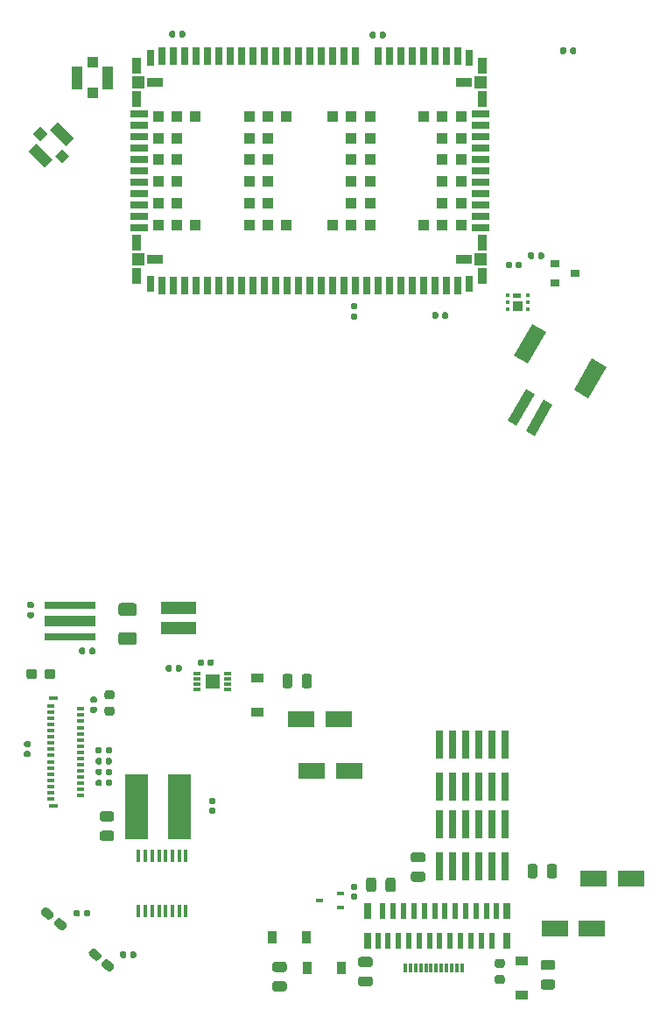
<source format=gbr>
G04 #@! TF.GenerationSoftware,KiCad,Pcbnew,5.1.6+dfsg1-1~bpo10+1*
G04 #@! TF.CreationDate,2021-03-28T20:24:38-04:00*
G04 #@! TF.ProjectId,RUSP_Mainboard,52555350-5f4d-4616-996e-626f6172642e,rev?*
G04 #@! TF.SameCoordinates,Original*
G04 #@! TF.FileFunction,Paste,Top*
G04 #@! TF.FilePolarity,Positive*
%FSLAX46Y46*%
G04 Gerber Fmt 4.6, Leading zero omitted, Abs format (unit mm)*
G04 Created by KiCad (PCBNEW 5.1.6+dfsg1-1~bpo10+1) date 2021-03-28 20:24:38*
%MOMM*%
%LPD*%
G01*
G04 APERTURE LIST*
%ADD10C,0.010000*%
%ADD11R,0.740000X2.790000*%
%ADD12R,2.200000X6.300000*%
%ADD13R,5.000000X0.700000*%
%ADD14R,5.000000X1.000000*%
%ADD15R,0.750000X0.300000*%
%ADD16R,1.360000X1.460000*%
%ADD17R,0.450000X0.300000*%
%ADD18R,3.400000X1.200000*%
%ADD19R,0.800000X1.600000*%
%ADD20R,0.600000X1.600000*%
%ADD21R,0.800000X0.300000*%
%ADD22R,0.650000X0.300000*%
%ADD23R,0.950000X0.400000*%
%ADD24C,0.100000*%
%ADD25R,0.350000X0.890000*%
%ADD26R,0.406400X1.270000*%
%ADD27R,2.600000X1.600000*%
%ADD28R,1.000000X1.000000*%
%ADD29R,1.050000X2.200000*%
%ADD30R,0.850000X1.550000*%
%ADD31R,1.550000X0.850000*%
%ADD32R,1.150000X1.150000*%
%ADD33R,0.800000X1.500000*%
%ADD34R,0.750000X1.750000*%
%ADD35R,1.750000X0.750000*%
%ADD36R,1.050000X1.050000*%
%ADD37R,1.200000X0.900000*%
%ADD38R,0.900000X1.200000*%
%ADD39R,0.700000X0.450000*%
%ADD40R,0.900000X0.800000*%
G04 APERTURE END LIST*
D10*
G36*
X167205000Y-81905000D02*
G01*
X167805000Y-81905000D01*
X167807617Y-81905069D01*
X167810226Y-81905274D01*
X167812822Y-81905616D01*
X167815396Y-81906093D01*
X167817941Y-81906704D01*
X167820451Y-81907447D01*
X167822918Y-81908321D01*
X167825337Y-81909323D01*
X167827700Y-81910450D01*
X167830000Y-81911699D01*
X167832232Y-81913066D01*
X167834389Y-81914549D01*
X167836466Y-81916143D01*
X167838457Y-81917843D01*
X167840355Y-81919645D01*
X167842157Y-81921543D01*
X167843857Y-81923534D01*
X167845451Y-81925611D01*
X167846934Y-81927768D01*
X167848301Y-81930000D01*
X167849550Y-81932300D01*
X167850677Y-81934663D01*
X167851679Y-81937082D01*
X167852553Y-81939549D01*
X167853296Y-81942059D01*
X167853907Y-81944604D01*
X167854384Y-81947178D01*
X167854726Y-81949774D01*
X167854931Y-81952383D01*
X167855000Y-81955000D01*
X167855000Y-82145000D01*
X167854931Y-82147617D01*
X167854726Y-82150226D01*
X167854384Y-82152822D01*
X167853907Y-82155396D01*
X167853296Y-82157941D01*
X167852553Y-82160451D01*
X167851679Y-82162918D01*
X167850677Y-82165337D01*
X167849550Y-82167700D01*
X167848301Y-82170000D01*
X167846934Y-82172232D01*
X167845451Y-82174389D01*
X167843857Y-82176466D01*
X167842157Y-82178457D01*
X167840355Y-82180355D01*
X167838457Y-82182157D01*
X167836466Y-82183857D01*
X167834389Y-82185451D01*
X167832232Y-82186934D01*
X167830000Y-82188301D01*
X167827700Y-82189550D01*
X167825337Y-82190677D01*
X167822918Y-82191679D01*
X167820451Y-82192553D01*
X167817941Y-82193296D01*
X167815396Y-82193907D01*
X167812822Y-82194384D01*
X167810226Y-82194726D01*
X167807617Y-82194931D01*
X167805000Y-82195000D01*
X167205000Y-82195000D01*
X167202383Y-82194931D01*
X167199774Y-82194726D01*
X167197178Y-82194384D01*
X167194604Y-82193907D01*
X167192059Y-82193296D01*
X167189549Y-82192553D01*
X167187082Y-82191679D01*
X167184663Y-82190677D01*
X167182300Y-82189550D01*
X167180000Y-82188301D01*
X167177768Y-82186934D01*
X167175611Y-82185451D01*
X167173534Y-82183857D01*
X167171543Y-82182157D01*
X167169645Y-82180355D01*
X167167843Y-82178457D01*
X167166143Y-82176466D01*
X167164549Y-82174389D01*
X167163066Y-82172232D01*
X167161699Y-82170000D01*
X167160450Y-82167700D01*
X167159323Y-82165337D01*
X167158321Y-82162918D01*
X167157447Y-82160451D01*
X167156704Y-82157941D01*
X167156093Y-82155396D01*
X167155616Y-82152822D01*
X167155274Y-82150226D01*
X167155069Y-82147617D01*
X167155000Y-82145000D01*
X167155000Y-81955000D01*
X167155069Y-81952383D01*
X167155274Y-81949774D01*
X167155616Y-81947178D01*
X167156093Y-81944604D01*
X167156704Y-81942059D01*
X167157447Y-81939549D01*
X167158321Y-81937082D01*
X167159323Y-81934663D01*
X167160450Y-81932300D01*
X167161699Y-81930000D01*
X167163066Y-81927768D01*
X167164549Y-81925611D01*
X167166143Y-81923534D01*
X167167843Y-81921543D01*
X167169645Y-81919645D01*
X167171543Y-81917843D01*
X167173534Y-81916143D01*
X167175611Y-81914549D01*
X167177768Y-81913066D01*
X167180000Y-81911699D01*
X167182300Y-81910450D01*
X167184663Y-81909323D01*
X167187082Y-81908321D01*
X167189549Y-81907447D01*
X167192059Y-81906704D01*
X167194604Y-81906093D01*
X167197178Y-81905616D01*
X167199774Y-81905274D01*
X167202383Y-81905069D01*
X167205000Y-81905000D01*
G37*
X167205000Y-81905000D02*
X167805000Y-81905000D01*
X167807617Y-81905069D01*
X167810226Y-81905274D01*
X167812822Y-81905616D01*
X167815396Y-81906093D01*
X167817941Y-81906704D01*
X167820451Y-81907447D01*
X167822918Y-81908321D01*
X167825337Y-81909323D01*
X167827700Y-81910450D01*
X167830000Y-81911699D01*
X167832232Y-81913066D01*
X167834389Y-81914549D01*
X167836466Y-81916143D01*
X167838457Y-81917843D01*
X167840355Y-81919645D01*
X167842157Y-81921543D01*
X167843857Y-81923534D01*
X167845451Y-81925611D01*
X167846934Y-81927768D01*
X167848301Y-81930000D01*
X167849550Y-81932300D01*
X167850677Y-81934663D01*
X167851679Y-81937082D01*
X167852553Y-81939549D01*
X167853296Y-81942059D01*
X167853907Y-81944604D01*
X167854384Y-81947178D01*
X167854726Y-81949774D01*
X167854931Y-81952383D01*
X167855000Y-81955000D01*
X167855000Y-82145000D01*
X167854931Y-82147617D01*
X167854726Y-82150226D01*
X167854384Y-82152822D01*
X167853907Y-82155396D01*
X167853296Y-82157941D01*
X167852553Y-82160451D01*
X167851679Y-82162918D01*
X167850677Y-82165337D01*
X167849550Y-82167700D01*
X167848301Y-82170000D01*
X167846934Y-82172232D01*
X167845451Y-82174389D01*
X167843857Y-82176466D01*
X167842157Y-82178457D01*
X167840355Y-82180355D01*
X167838457Y-82182157D01*
X167836466Y-82183857D01*
X167834389Y-82185451D01*
X167832232Y-82186934D01*
X167830000Y-82188301D01*
X167827700Y-82189550D01*
X167825337Y-82190677D01*
X167822918Y-82191679D01*
X167820451Y-82192553D01*
X167817941Y-82193296D01*
X167815396Y-82193907D01*
X167812822Y-82194384D01*
X167810226Y-82194726D01*
X167807617Y-82194931D01*
X167805000Y-82195000D01*
X167205000Y-82195000D01*
X167202383Y-82194931D01*
X167199774Y-82194726D01*
X167197178Y-82194384D01*
X167194604Y-82193907D01*
X167192059Y-82193296D01*
X167189549Y-82192553D01*
X167187082Y-82191679D01*
X167184663Y-82190677D01*
X167182300Y-82189550D01*
X167180000Y-82188301D01*
X167177768Y-82186934D01*
X167175611Y-82185451D01*
X167173534Y-82183857D01*
X167171543Y-82182157D01*
X167169645Y-82180355D01*
X167167843Y-82178457D01*
X167166143Y-82176466D01*
X167164549Y-82174389D01*
X167163066Y-82172232D01*
X167161699Y-82170000D01*
X167160450Y-82167700D01*
X167159323Y-82165337D01*
X167158321Y-82162918D01*
X167157447Y-82160451D01*
X167156704Y-82157941D01*
X167156093Y-82155396D01*
X167155616Y-82152822D01*
X167155274Y-82150226D01*
X167155069Y-82147617D01*
X167155000Y-82145000D01*
X167155000Y-81955000D01*
X167155069Y-81952383D01*
X167155274Y-81949774D01*
X167155616Y-81947178D01*
X167156093Y-81944604D01*
X167156704Y-81942059D01*
X167157447Y-81939549D01*
X167158321Y-81937082D01*
X167159323Y-81934663D01*
X167160450Y-81932300D01*
X167161699Y-81930000D01*
X167163066Y-81927768D01*
X167164549Y-81925611D01*
X167166143Y-81923534D01*
X167167843Y-81921543D01*
X167169645Y-81919645D01*
X167171543Y-81917843D01*
X167173534Y-81916143D01*
X167175611Y-81914549D01*
X167177768Y-81913066D01*
X167180000Y-81911699D01*
X167182300Y-81910450D01*
X167184663Y-81909323D01*
X167187082Y-81908321D01*
X167189549Y-81907447D01*
X167192059Y-81906704D01*
X167194604Y-81906093D01*
X167197178Y-81905616D01*
X167199774Y-81905274D01*
X167202383Y-81905069D01*
X167205000Y-81905000D01*
G36*
X168000000Y-83455000D02*
G01*
X167200000Y-83455000D01*
X167197383Y-83454931D01*
X167194774Y-83454726D01*
X167192178Y-83454384D01*
X167189604Y-83453907D01*
X167187059Y-83453296D01*
X167184549Y-83452553D01*
X167182082Y-83451679D01*
X167179663Y-83450677D01*
X167177300Y-83449550D01*
X167175000Y-83448301D01*
X167172768Y-83446934D01*
X167170611Y-83445451D01*
X167168534Y-83443857D01*
X167166543Y-83442157D01*
X167164645Y-83440355D01*
X167162843Y-83438457D01*
X167161143Y-83436466D01*
X167159549Y-83434389D01*
X167158066Y-83432232D01*
X167156699Y-83430000D01*
X167155450Y-83427700D01*
X167154323Y-83425337D01*
X167153321Y-83422918D01*
X167152447Y-83420451D01*
X167151704Y-83417941D01*
X167151093Y-83415396D01*
X167150616Y-83412822D01*
X167150274Y-83410226D01*
X167150069Y-83407617D01*
X167150000Y-83405000D01*
X167150000Y-82645000D01*
X167150069Y-82642383D01*
X167150274Y-82639774D01*
X167150616Y-82637178D01*
X167151093Y-82634604D01*
X167151704Y-82632059D01*
X167152447Y-82629549D01*
X167153321Y-82627082D01*
X167154323Y-82624663D01*
X167155450Y-82622300D01*
X167156699Y-82620000D01*
X167158066Y-82617768D01*
X167159549Y-82615611D01*
X167161143Y-82613534D01*
X167162843Y-82611543D01*
X167164645Y-82609645D01*
X167166543Y-82607843D01*
X167168534Y-82606143D01*
X167170611Y-82604549D01*
X167172768Y-82603066D01*
X167175000Y-82601699D01*
X167177300Y-82600450D01*
X167179663Y-82599323D01*
X167182082Y-82598321D01*
X167184549Y-82597447D01*
X167187059Y-82596704D01*
X167189604Y-82596093D01*
X167192178Y-82595616D01*
X167194774Y-82595274D01*
X167197383Y-82595069D01*
X167200000Y-82595000D01*
X168000000Y-82595000D01*
X168002617Y-82595069D01*
X168005226Y-82595274D01*
X168007822Y-82595616D01*
X168010396Y-82596093D01*
X168012941Y-82596704D01*
X168015451Y-82597447D01*
X168017918Y-82598321D01*
X168020337Y-82599323D01*
X168022700Y-82600450D01*
X168025000Y-82601699D01*
X168027232Y-82603066D01*
X168029389Y-82604549D01*
X168031466Y-82606143D01*
X168033457Y-82607843D01*
X168035355Y-82609645D01*
X168037157Y-82611543D01*
X168038857Y-82613534D01*
X168040451Y-82615611D01*
X168041934Y-82617768D01*
X168043301Y-82620000D01*
X168044550Y-82622300D01*
X168045677Y-82624663D01*
X168046679Y-82627082D01*
X168047553Y-82629549D01*
X168048296Y-82632059D01*
X168048907Y-82634604D01*
X168049384Y-82637178D01*
X168049726Y-82639774D01*
X168049931Y-82642383D01*
X168050000Y-82645000D01*
X168050000Y-83405000D01*
X168049931Y-83407617D01*
X168049726Y-83410226D01*
X168049384Y-83412822D01*
X168048907Y-83415396D01*
X168048296Y-83417941D01*
X168047553Y-83420451D01*
X168046679Y-83422918D01*
X168045677Y-83425337D01*
X168044550Y-83427700D01*
X168043301Y-83430000D01*
X168041934Y-83432232D01*
X168040451Y-83434389D01*
X168038857Y-83436466D01*
X168037157Y-83438457D01*
X168035355Y-83440355D01*
X168033457Y-83442157D01*
X168031466Y-83443857D01*
X168029389Y-83445451D01*
X168027232Y-83446934D01*
X168025000Y-83448301D01*
X168022700Y-83449550D01*
X168020337Y-83450677D01*
X168017918Y-83451679D01*
X168015451Y-83452553D01*
X168012941Y-83453296D01*
X168010396Y-83453907D01*
X168007822Y-83454384D01*
X168005226Y-83454726D01*
X168002617Y-83454931D01*
X168000000Y-83455000D01*
G37*
X168000000Y-83455000D02*
X167200000Y-83455000D01*
X167197383Y-83454931D01*
X167194774Y-83454726D01*
X167192178Y-83454384D01*
X167189604Y-83453907D01*
X167187059Y-83453296D01*
X167184549Y-83452553D01*
X167182082Y-83451679D01*
X167179663Y-83450677D01*
X167177300Y-83449550D01*
X167175000Y-83448301D01*
X167172768Y-83446934D01*
X167170611Y-83445451D01*
X167168534Y-83443857D01*
X167166543Y-83442157D01*
X167164645Y-83440355D01*
X167162843Y-83438457D01*
X167161143Y-83436466D01*
X167159549Y-83434389D01*
X167158066Y-83432232D01*
X167156699Y-83430000D01*
X167155450Y-83427700D01*
X167154323Y-83425337D01*
X167153321Y-83422918D01*
X167152447Y-83420451D01*
X167151704Y-83417941D01*
X167151093Y-83415396D01*
X167150616Y-83412822D01*
X167150274Y-83410226D01*
X167150069Y-83407617D01*
X167150000Y-83405000D01*
X167150000Y-82645000D01*
X167150069Y-82642383D01*
X167150274Y-82639774D01*
X167150616Y-82637178D01*
X167151093Y-82634604D01*
X167151704Y-82632059D01*
X167152447Y-82629549D01*
X167153321Y-82627082D01*
X167154323Y-82624663D01*
X167155450Y-82622300D01*
X167156699Y-82620000D01*
X167158066Y-82617768D01*
X167159549Y-82615611D01*
X167161143Y-82613534D01*
X167162843Y-82611543D01*
X167164645Y-82609645D01*
X167166543Y-82607843D01*
X167168534Y-82606143D01*
X167170611Y-82604549D01*
X167172768Y-82603066D01*
X167175000Y-82601699D01*
X167177300Y-82600450D01*
X167179663Y-82599323D01*
X167182082Y-82598321D01*
X167184549Y-82597447D01*
X167187059Y-82596704D01*
X167189604Y-82596093D01*
X167192178Y-82595616D01*
X167194774Y-82595274D01*
X167197383Y-82595069D01*
X167200000Y-82595000D01*
X168000000Y-82595000D01*
X168002617Y-82595069D01*
X168005226Y-82595274D01*
X168007822Y-82595616D01*
X168010396Y-82596093D01*
X168012941Y-82596704D01*
X168015451Y-82597447D01*
X168017918Y-82598321D01*
X168020337Y-82599323D01*
X168022700Y-82600450D01*
X168025000Y-82601699D01*
X168027232Y-82603066D01*
X168029389Y-82604549D01*
X168031466Y-82606143D01*
X168033457Y-82607843D01*
X168035355Y-82609645D01*
X168037157Y-82611543D01*
X168038857Y-82613534D01*
X168040451Y-82615611D01*
X168041934Y-82617768D01*
X168043301Y-82620000D01*
X168044550Y-82622300D01*
X168045677Y-82624663D01*
X168046679Y-82627082D01*
X168047553Y-82629549D01*
X168048296Y-82632059D01*
X168048907Y-82634604D01*
X168049384Y-82637178D01*
X168049726Y-82639774D01*
X168049931Y-82642383D01*
X168050000Y-82645000D01*
X168050000Y-83405000D01*
X168049931Y-83407617D01*
X168049726Y-83410226D01*
X168049384Y-83412822D01*
X168048907Y-83415396D01*
X168048296Y-83417941D01*
X168047553Y-83420451D01*
X168046679Y-83422918D01*
X168045677Y-83425337D01*
X168044550Y-83427700D01*
X168043301Y-83430000D01*
X168041934Y-83432232D01*
X168040451Y-83434389D01*
X168038857Y-83436466D01*
X168037157Y-83438457D01*
X168035355Y-83440355D01*
X168033457Y-83442157D01*
X168031466Y-83443857D01*
X168029389Y-83445451D01*
X168027232Y-83446934D01*
X168025000Y-83448301D01*
X168022700Y-83449550D01*
X168020337Y-83450677D01*
X168017918Y-83451679D01*
X168015451Y-83452553D01*
X168012941Y-83453296D01*
X168010396Y-83453907D01*
X168007822Y-83454384D01*
X168005226Y-83454726D01*
X168002617Y-83454931D01*
X168000000Y-83455000D01*
D11*
X166375000Y-137235000D03*
X165105000Y-137235000D03*
X166375000Y-133165000D03*
X165105000Y-133165000D03*
X163835000Y-137235000D03*
X162565000Y-137235000D03*
X163835000Y-133165000D03*
X162565000Y-133165000D03*
X161295000Y-133165000D03*
X161295000Y-137235000D03*
X160025000Y-133165000D03*
X160025000Y-137235000D03*
G36*
G01*
X144875000Y-119776250D02*
X144875000Y-118863750D01*
G75*
G02*
X145118750Y-118620000I243750J0D01*
G01*
X145606250Y-118620000D01*
G75*
G02*
X145850000Y-118863750I0J-243750D01*
G01*
X145850000Y-119776250D01*
G75*
G02*
X145606250Y-120020000I-243750J0D01*
G01*
X145118750Y-120020000D01*
G75*
G02*
X144875000Y-119776250I0J243750D01*
G01*
G37*
G36*
G01*
X146750000Y-119776250D02*
X146750000Y-118863750D01*
G75*
G02*
X146993750Y-118620000I243750J0D01*
G01*
X147481250Y-118620000D01*
G75*
G02*
X147725000Y-118863750I0J-243750D01*
G01*
X147725000Y-119776250D01*
G75*
G02*
X147481250Y-120020000I-243750J0D01*
G01*
X146993750Y-120020000D01*
G75*
G02*
X146750000Y-119776250I0J243750D01*
G01*
G37*
D12*
X130800000Y-131520000D03*
X134900000Y-131520000D03*
G36*
G01*
X120672500Y-112280000D02*
X120327500Y-112280000D01*
G75*
G02*
X120180000Y-112132500I0J147500D01*
G01*
X120180000Y-111837500D01*
G75*
G02*
X120327500Y-111690000I147500J0D01*
G01*
X120672500Y-111690000D01*
G75*
G02*
X120820000Y-111837500I0J-147500D01*
G01*
X120820000Y-112132500D01*
G75*
G02*
X120672500Y-112280000I-147500J0D01*
G01*
G37*
G36*
G01*
X120672500Y-113250000D02*
X120327500Y-113250000D01*
G75*
G02*
X120180000Y-113102500I0J147500D01*
G01*
X120180000Y-112807500D01*
G75*
G02*
X120327500Y-112660000I147500J0D01*
G01*
X120672500Y-112660000D01*
G75*
G02*
X120820000Y-112807500I0J-147500D01*
G01*
X120820000Y-113102500D01*
G75*
G02*
X120672500Y-113250000I-147500J0D01*
G01*
G37*
D13*
X124300000Y-115020000D03*
D14*
X124300000Y-113520000D03*
D13*
X124300000Y-112020000D03*
D15*
X136600000Y-118650000D03*
D16*
X138100000Y-119400000D03*
D15*
X136600000Y-119150000D03*
X136600000Y-119650000D03*
X136600000Y-120150000D03*
X139600000Y-120150000D03*
X139600000Y-119650000D03*
X139600000Y-119150000D03*
X139600000Y-118650000D03*
D17*
X166625000Y-83350000D03*
X166625000Y-82700000D03*
X166625000Y-82050000D03*
X168575000Y-82050000D03*
X168575000Y-82700000D03*
X168575000Y-83350000D03*
D18*
X134800000Y-112220000D03*
X134800000Y-114220000D03*
D19*
X166600000Y-144450000D03*
X166600000Y-141550000D03*
X153100000Y-144450000D03*
X153100000Y-141550000D03*
D20*
X165600000Y-141550000D03*
X165100000Y-144450000D03*
X164600000Y-141550000D03*
X164100000Y-144450000D03*
X163600000Y-141550000D03*
X163100000Y-144450000D03*
X162600000Y-141550000D03*
X162100000Y-144450000D03*
X161600000Y-141550000D03*
X161100000Y-144450000D03*
X160600000Y-141550000D03*
X160100000Y-144450000D03*
X159600000Y-141550000D03*
X159100000Y-144450000D03*
X158600000Y-141550000D03*
X158100000Y-144450000D03*
X157600000Y-141550000D03*
X157100000Y-144450000D03*
X156600000Y-141550000D03*
X156100000Y-144450000D03*
X155600000Y-141550000D03*
X155100000Y-144450000D03*
X154600000Y-141550000D03*
X154100000Y-144450000D03*
D21*
X122450000Y-121720000D03*
X122450000Y-122320000D03*
X122450000Y-122920000D03*
X122450000Y-123520000D03*
X122450000Y-124120000D03*
X122450000Y-124720000D03*
X122450000Y-125320000D03*
X122450000Y-125920000D03*
X122450000Y-126520000D03*
X122450000Y-127120000D03*
X122450000Y-127720000D03*
X122450000Y-128320000D03*
X122450000Y-128920000D03*
X122450000Y-129520000D03*
X122450000Y-130120000D03*
X122450000Y-130720000D03*
D22*
X125325000Y-122020000D03*
X125325000Y-122620000D03*
X125325000Y-123220000D03*
X125325000Y-123820000D03*
X125325000Y-124420000D03*
X125325000Y-125020000D03*
X125325000Y-125620000D03*
X125325000Y-126220000D03*
X125325000Y-126820000D03*
X125325000Y-127420000D03*
X125325000Y-128020000D03*
X125325000Y-128620000D03*
X125325000Y-129220000D03*
X125325000Y-129820000D03*
X125325000Y-130420000D03*
D23*
X122725000Y-121020000D03*
X122725000Y-131420000D03*
D11*
X166375000Y-129535000D03*
X165105000Y-129535000D03*
X166375000Y-125465000D03*
X165105000Y-125465000D03*
X163835000Y-129535000D03*
X162565000Y-129535000D03*
X163835000Y-125465000D03*
X162565000Y-125465000D03*
X161295000Y-125465000D03*
X161295000Y-129535000D03*
X160025000Y-125465000D03*
X160025000Y-129535000D03*
D24*
G36*
X173070629Y-91194969D02*
G01*
X174823229Y-88159377D01*
X176209043Y-88959477D01*
X174456443Y-91995069D01*
X173070629Y-91194969D01*
G37*
G36*
X167268259Y-87844969D02*
G01*
X169020859Y-84809377D01*
X170406673Y-85609477D01*
X168654073Y-88645069D01*
X167268259Y-87844969D01*
G37*
G36*
X166670733Y-94139517D02*
G01*
X168423333Y-91103925D01*
X169281217Y-91599225D01*
X167528617Y-94634817D01*
X166670733Y-94139517D01*
G37*
G36*
X168402782Y-95139516D02*
G01*
X170155382Y-92103924D01*
X171013266Y-92599224D01*
X169260666Y-95634816D01*
X168402782Y-95139516D01*
G37*
D25*
X162250000Y-147020000D03*
X161750000Y-147020000D03*
X161250000Y-147020000D03*
X160750000Y-147020000D03*
X160250000Y-147020000D03*
X159750000Y-147020000D03*
X159250000Y-147020000D03*
X158750000Y-147020000D03*
X158250000Y-147020000D03*
X157750000Y-147020000D03*
X157250000Y-147020000D03*
X156750000Y-147020000D03*
G36*
G01*
X153950000Y-138563750D02*
X153950000Y-139476250D01*
G75*
G02*
X153706250Y-139720000I-243750J0D01*
G01*
X153218750Y-139720000D01*
G75*
G02*
X152975000Y-139476250I0J243750D01*
G01*
X152975000Y-138563750D01*
G75*
G02*
X153218750Y-138320000I243750J0D01*
G01*
X153706250Y-138320000D01*
G75*
G02*
X153950000Y-138563750I0J-243750D01*
G01*
G37*
G36*
G01*
X155825000Y-138563750D02*
X155825000Y-139476250D01*
G75*
G02*
X155581250Y-139720000I-243750J0D01*
G01*
X155093750Y-139720000D01*
G75*
G02*
X154850000Y-139476250I0J243750D01*
G01*
X154850000Y-138563750D01*
G75*
G02*
X155093750Y-138320000I243750J0D01*
G01*
X155581250Y-138320000D01*
G75*
G02*
X155825000Y-138563750I0J-243750D01*
G01*
G37*
G36*
G01*
X127355795Y-146000923D02*
X127082609Y-146326491D01*
G75*
G02*
X126783233Y-146352683I-162784J136592D01*
G01*
X126170398Y-145838453D01*
G75*
G02*
X126144206Y-145539077I136592J162784D01*
G01*
X126417391Y-145213509D01*
G75*
G02*
X126716767Y-145187317I162784J-136592D01*
G01*
X127329602Y-145701547D01*
G75*
G02*
X127355794Y-146000923I-136592J-162784D01*
G01*
G37*
G36*
G01*
X128600617Y-147045453D02*
X128327431Y-147371021D01*
G75*
G02*
X128028055Y-147397213I-162784J136592D01*
G01*
X127415220Y-146882983D01*
G75*
G02*
X127389028Y-146583607I136592J162784D01*
G01*
X127662213Y-146258039D01*
G75*
G02*
X127961589Y-146231847I162784J-136592D01*
G01*
X128574424Y-146746077D01*
G75*
G02*
X128600616Y-147045453I-136592J-162784D01*
G01*
G37*
G36*
G01*
X122753384Y-142028658D02*
X122480198Y-142354226D01*
G75*
G02*
X122180822Y-142380418I-162784J136592D01*
G01*
X121567987Y-141866188D01*
G75*
G02*
X121541795Y-141566812I136592J162784D01*
G01*
X121814980Y-141241244D01*
G75*
G02*
X122114356Y-141215052I162784J-136592D01*
G01*
X122727191Y-141729282D01*
G75*
G02*
X122753383Y-142028658I-136592J-162784D01*
G01*
G37*
G36*
G01*
X123998206Y-143073188D02*
X123725020Y-143398756D01*
G75*
G02*
X123425644Y-143424948I-162784J136592D01*
G01*
X122812809Y-142910718D01*
G75*
G02*
X122786617Y-142611342I136592J162784D01*
G01*
X123059802Y-142285774D01*
G75*
G02*
X123359178Y-142259582I162784J-136592D01*
G01*
X123972013Y-142773812D01*
G75*
G02*
X123998205Y-143073188I-136592J-162784D01*
G01*
G37*
D26*
X135521000Y-141567000D03*
X134886000Y-141567000D03*
X134225600Y-141567000D03*
X133565200Y-141567000D03*
X132930200Y-141567000D03*
X132269800Y-141567000D03*
X131609400Y-141567000D03*
X130974400Y-141567000D03*
X130974400Y-136233000D03*
X131609400Y-136233000D03*
X132269800Y-136233000D03*
X132930200Y-136233000D03*
X133565200Y-136233000D03*
X134225600Y-136233000D03*
X134886000Y-136233000D03*
X135521000Y-136233000D03*
G36*
G01*
X137927500Y-131590000D02*
X138272500Y-131590000D01*
G75*
G02*
X138420000Y-131737500I0J-147500D01*
G01*
X138420000Y-132032500D01*
G75*
G02*
X138272500Y-132180000I-147500J0D01*
G01*
X137927500Y-132180000D01*
G75*
G02*
X137780000Y-132032500I0J147500D01*
G01*
X137780000Y-131737500D01*
G75*
G02*
X137927500Y-131590000I147500J0D01*
G01*
G37*
G36*
G01*
X137927500Y-130620000D02*
X138272500Y-130620000D01*
G75*
G02*
X138420000Y-130767500I0J-147500D01*
G01*
X138420000Y-131062500D01*
G75*
G02*
X138272500Y-131210000I-147500J0D01*
G01*
X137927500Y-131210000D01*
G75*
G02*
X137780000Y-131062500I0J147500D01*
G01*
X137780000Y-130767500D01*
G75*
G02*
X137927500Y-130620000I147500J0D01*
G01*
G37*
G36*
G01*
X134525000Y-56627500D02*
X134525000Y-56972500D01*
G75*
G02*
X134377500Y-57120000I-147500J0D01*
G01*
X134082500Y-57120000D01*
G75*
G02*
X133935000Y-56972500I0J147500D01*
G01*
X133935000Y-56627500D01*
G75*
G02*
X134082500Y-56480000I147500J0D01*
G01*
X134377500Y-56480000D01*
G75*
G02*
X134525000Y-56627500I0J-147500D01*
G01*
G37*
G36*
G01*
X135495000Y-56627500D02*
X135495000Y-56972500D01*
G75*
G02*
X135347500Y-57120000I-147500J0D01*
G01*
X135052500Y-57120000D01*
G75*
G02*
X134905000Y-56972500I0J147500D01*
G01*
X134905000Y-56627500D01*
G75*
G02*
X135052500Y-56480000I147500J0D01*
G01*
X135347500Y-56480000D01*
G75*
G02*
X135495000Y-56627500I0J-147500D01*
G01*
G37*
G36*
G01*
X153320000Y-57072500D02*
X153320000Y-56727500D01*
G75*
G02*
X153467500Y-56580000I147500J0D01*
G01*
X153762500Y-56580000D01*
G75*
G02*
X153910000Y-56727500I0J-147500D01*
G01*
X153910000Y-57072500D01*
G75*
G02*
X153762500Y-57220000I-147500J0D01*
G01*
X153467500Y-57220000D01*
G75*
G02*
X153320000Y-57072500I0J147500D01*
G01*
G37*
G36*
G01*
X154290000Y-57072500D02*
X154290000Y-56727500D01*
G75*
G02*
X154437500Y-56580000I147500J0D01*
G01*
X154732500Y-56580000D01*
G75*
G02*
X154880000Y-56727500I0J-147500D01*
G01*
X154880000Y-57072500D01*
G75*
G02*
X154732500Y-57220000I-147500J0D01*
G01*
X154437500Y-57220000D01*
G75*
G02*
X154290000Y-57072500I0J147500D01*
G01*
G37*
G36*
G01*
X172705000Y-58572500D02*
X172705000Y-58227500D01*
G75*
G02*
X172852500Y-58080000I147500J0D01*
G01*
X173147500Y-58080000D01*
G75*
G02*
X173295000Y-58227500I0J-147500D01*
G01*
X173295000Y-58572500D01*
G75*
G02*
X173147500Y-58720000I-147500J0D01*
G01*
X172852500Y-58720000D01*
G75*
G02*
X172705000Y-58572500I0J147500D01*
G01*
G37*
G36*
G01*
X171735000Y-58572500D02*
X171735000Y-58227500D01*
G75*
G02*
X171882500Y-58080000I147500J0D01*
G01*
X172177500Y-58080000D01*
G75*
G02*
X172325000Y-58227500I0J-147500D01*
G01*
X172325000Y-58572500D01*
G75*
G02*
X172177500Y-58720000I-147500J0D01*
G01*
X171882500Y-58720000D01*
G75*
G02*
X171735000Y-58572500I0J147500D01*
G01*
G37*
G36*
G01*
X166480000Y-79272500D02*
X166480000Y-78927500D01*
G75*
G02*
X166627500Y-78780000I147500J0D01*
G01*
X166922500Y-78780000D01*
G75*
G02*
X167070000Y-78927500I0J-147500D01*
G01*
X167070000Y-79272500D01*
G75*
G02*
X166922500Y-79420000I-147500J0D01*
G01*
X166627500Y-79420000D01*
G75*
G02*
X166480000Y-79272500I0J147500D01*
G01*
G37*
G36*
G01*
X167450000Y-79272500D02*
X167450000Y-78927500D01*
G75*
G02*
X167597500Y-78780000I147500J0D01*
G01*
X167892500Y-78780000D01*
G75*
G02*
X168040000Y-78927500I0J-147500D01*
G01*
X168040000Y-79272500D01*
G75*
G02*
X167892500Y-79420000I-147500J0D01*
G01*
X167597500Y-79420000D01*
G75*
G02*
X167450000Y-79272500I0J147500D01*
G01*
G37*
G36*
G01*
X160315000Y-84172500D02*
X160315000Y-83827500D01*
G75*
G02*
X160462500Y-83680000I147500J0D01*
G01*
X160757500Y-83680000D01*
G75*
G02*
X160905000Y-83827500I0J-147500D01*
G01*
X160905000Y-84172500D01*
G75*
G02*
X160757500Y-84320000I-147500J0D01*
G01*
X160462500Y-84320000D01*
G75*
G02*
X160315000Y-84172500I0J147500D01*
G01*
G37*
G36*
G01*
X159345000Y-84172500D02*
X159345000Y-83827500D01*
G75*
G02*
X159492500Y-83680000I147500J0D01*
G01*
X159787500Y-83680000D01*
G75*
G02*
X159935000Y-83827500I0J-147500D01*
G01*
X159935000Y-84172500D01*
G75*
G02*
X159787500Y-84320000I-147500J0D01*
G01*
X159492500Y-84320000D01*
G75*
G02*
X159345000Y-84172500I0J147500D01*
G01*
G37*
G36*
G01*
X125810000Y-116247500D02*
X125810000Y-116592500D01*
G75*
G02*
X125662500Y-116740000I-147500J0D01*
G01*
X125367500Y-116740000D01*
G75*
G02*
X125220000Y-116592500I0J147500D01*
G01*
X125220000Y-116247500D01*
G75*
G02*
X125367500Y-116100000I147500J0D01*
G01*
X125662500Y-116100000D01*
G75*
G02*
X125810000Y-116247500I0J-147500D01*
G01*
G37*
G36*
G01*
X126780000Y-116247500D02*
X126780000Y-116592500D01*
G75*
G02*
X126632500Y-116740000I-147500J0D01*
G01*
X126337500Y-116740000D01*
G75*
G02*
X126190000Y-116592500I0J147500D01*
G01*
X126190000Y-116247500D01*
G75*
G02*
X126337500Y-116100000I147500J0D01*
G01*
X126632500Y-116100000D01*
G75*
G02*
X126780000Y-116247500I0J-147500D01*
G01*
G37*
G36*
G01*
X126772500Y-122400000D02*
X126427500Y-122400000D01*
G75*
G02*
X126280000Y-122252500I0J147500D01*
G01*
X126280000Y-121957500D01*
G75*
G02*
X126427500Y-121810000I147500J0D01*
G01*
X126772500Y-121810000D01*
G75*
G02*
X126920000Y-121957500I0J-147500D01*
G01*
X126920000Y-122252500D01*
G75*
G02*
X126772500Y-122400000I-147500J0D01*
G01*
G37*
G36*
G01*
X126772500Y-121430000D02*
X126427500Y-121430000D01*
G75*
G02*
X126280000Y-121282500I0J147500D01*
G01*
X126280000Y-120987500D01*
G75*
G02*
X126427500Y-120840000I147500J0D01*
G01*
X126772500Y-120840000D01*
G75*
G02*
X126920000Y-120987500I0J-147500D01*
G01*
X126920000Y-121282500D01*
G75*
G02*
X126772500Y-121430000I-147500J0D01*
G01*
G37*
G36*
G01*
X165643750Y-146175000D02*
X166156250Y-146175000D01*
G75*
G02*
X166375000Y-146393750I0J-218750D01*
G01*
X166375000Y-146831250D01*
G75*
G02*
X166156250Y-147050000I-218750J0D01*
G01*
X165643750Y-147050000D01*
G75*
G02*
X165425000Y-146831250I0J218750D01*
G01*
X165425000Y-146393750D01*
G75*
G02*
X165643750Y-146175000I218750J0D01*
G01*
G37*
G36*
G01*
X165643750Y-147750000D02*
X166156250Y-147750000D01*
G75*
G02*
X166375000Y-147968750I0J-218750D01*
G01*
X166375000Y-148406250D01*
G75*
G02*
X166156250Y-148625000I-218750J0D01*
G01*
X165643750Y-148625000D01*
G75*
G02*
X165425000Y-148406250I0J218750D01*
G01*
X165425000Y-147968750D01*
G75*
G02*
X165643750Y-147750000I218750J0D01*
G01*
G37*
G36*
G01*
X128406250Y-122675000D02*
X127893750Y-122675000D01*
G75*
G02*
X127675000Y-122456250I0J218750D01*
G01*
X127675000Y-122018750D01*
G75*
G02*
X127893750Y-121800000I218750J0D01*
G01*
X128406250Y-121800000D01*
G75*
G02*
X128625000Y-122018750I0J-218750D01*
G01*
X128625000Y-122456250D01*
G75*
G02*
X128406250Y-122675000I-218750J0D01*
G01*
G37*
G36*
G01*
X128406250Y-121100000D02*
X127893750Y-121100000D01*
G75*
G02*
X127675000Y-120881250I0J218750D01*
G01*
X127675000Y-120443750D01*
G75*
G02*
X127893750Y-120225000I218750J0D01*
G01*
X128406250Y-120225000D01*
G75*
G02*
X128625000Y-120443750I0J-218750D01*
G01*
X128625000Y-120881250D01*
G75*
G02*
X128406250Y-121100000I-218750J0D01*
G01*
G37*
D27*
X171200000Y-143250000D03*
X174800000Y-143250000D03*
X146700000Y-123000000D03*
X150300000Y-123000000D03*
X147700000Y-128000000D03*
X151300000Y-128000000D03*
X175000000Y-138400000D03*
X178600000Y-138400000D03*
D24*
G36*
X121863603Y-69692032D02*
G01*
X120307968Y-68136397D01*
X121050431Y-67393934D01*
X122606066Y-68949569D01*
X121863603Y-69692032D01*
G37*
G36*
X123949569Y-67606066D02*
G01*
X122393934Y-66050431D01*
X123136397Y-65307968D01*
X124692032Y-66863603D01*
X123949569Y-67606066D01*
G37*
G36*
X121439340Y-67146447D02*
G01*
X120732233Y-66439340D01*
X121439340Y-65732233D01*
X122146447Y-66439340D01*
X121439340Y-67146447D01*
G37*
G36*
X123560660Y-69267767D02*
G01*
X122853553Y-68560660D01*
X123560660Y-67853553D01*
X124267767Y-68560660D01*
X123560660Y-69267767D01*
G37*
D28*
X126500000Y-62500000D03*
X126500000Y-59500000D03*
D29*
X127975000Y-61000000D03*
X125025000Y-61000000D03*
G36*
G01*
X120027500Y-125125000D02*
X120372500Y-125125000D01*
G75*
G02*
X120520000Y-125272500I0J-147500D01*
G01*
X120520000Y-125567500D01*
G75*
G02*
X120372500Y-125715000I-147500J0D01*
G01*
X120027500Y-125715000D01*
G75*
G02*
X119880000Y-125567500I0J147500D01*
G01*
X119880000Y-125272500D01*
G75*
G02*
X120027500Y-125125000I147500J0D01*
G01*
G37*
G36*
G01*
X120027500Y-126095000D02*
X120372500Y-126095000D01*
G75*
G02*
X120520000Y-126242500I0J-147500D01*
G01*
X120520000Y-126537500D01*
G75*
G02*
X120372500Y-126685000I-147500J0D01*
G01*
X120027500Y-126685000D01*
G75*
G02*
X119880000Y-126537500I0J147500D01*
G01*
X119880000Y-126242500D01*
G75*
G02*
X120027500Y-126095000I147500J0D01*
G01*
G37*
G36*
G01*
X129770000Y-145597500D02*
X129770000Y-145942500D01*
G75*
G02*
X129622500Y-146090000I-147500J0D01*
G01*
X129327500Y-146090000D01*
G75*
G02*
X129180000Y-145942500I0J147500D01*
G01*
X129180000Y-145597500D01*
G75*
G02*
X129327500Y-145450000I147500J0D01*
G01*
X129622500Y-145450000D01*
G75*
G02*
X129770000Y-145597500I0J-147500D01*
G01*
G37*
G36*
G01*
X130740000Y-145597500D02*
X130740000Y-145942500D01*
G75*
G02*
X130592500Y-146090000I-147500J0D01*
G01*
X130297500Y-146090000D01*
G75*
G02*
X130150000Y-145942500I0J147500D01*
G01*
X130150000Y-145597500D01*
G75*
G02*
X130297500Y-145450000I147500J0D01*
G01*
X130592500Y-145450000D01*
G75*
G02*
X130740000Y-145597500I0J-147500D01*
G01*
G37*
G36*
G01*
X125300000Y-141597500D02*
X125300000Y-141942500D01*
G75*
G02*
X125152500Y-142090000I-147500J0D01*
G01*
X124857500Y-142090000D01*
G75*
G02*
X124710000Y-141942500I0J147500D01*
G01*
X124710000Y-141597500D01*
G75*
G02*
X124857500Y-141450000I147500J0D01*
G01*
X125152500Y-141450000D01*
G75*
G02*
X125300000Y-141597500I0J-147500D01*
G01*
G37*
G36*
G01*
X126270000Y-141597500D02*
X126270000Y-141942500D01*
G75*
G02*
X126122500Y-142090000I-147500J0D01*
G01*
X125827500Y-142090000D01*
G75*
G02*
X125680000Y-141942500I0J147500D01*
G01*
X125680000Y-141597500D01*
G75*
G02*
X125827500Y-141450000I147500J0D01*
G01*
X126122500Y-141450000D01*
G75*
G02*
X126270000Y-141597500I0J-147500D01*
G01*
G37*
G36*
G01*
X134555000Y-118292500D02*
X134555000Y-117947500D01*
G75*
G02*
X134702500Y-117800000I147500J0D01*
G01*
X134997500Y-117800000D01*
G75*
G02*
X135145000Y-117947500I0J-147500D01*
G01*
X135145000Y-118292500D01*
G75*
G02*
X134997500Y-118440000I-147500J0D01*
G01*
X134702500Y-118440000D01*
G75*
G02*
X134555000Y-118292500I0J147500D01*
G01*
G37*
G36*
G01*
X133585000Y-118292500D02*
X133585000Y-117947500D01*
G75*
G02*
X133732500Y-117800000I147500J0D01*
G01*
X134027500Y-117800000D01*
G75*
G02*
X134175000Y-117947500I0J-147500D01*
G01*
X134175000Y-118292500D01*
G75*
G02*
X134027500Y-118440000I-147500J0D01*
G01*
X133732500Y-118440000D01*
G75*
G02*
X133585000Y-118292500I0J147500D01*
G01*
G37*
G36*
G01*
X136695000Y-117722500D02*
X136695000Y-117377500D01*
G75*
G02*
X136842500Y-117230000I147500J0D01*
G01*
X137137500Y-117230000D01*
G75*
G02*
X137285000Y-117377500I0J-147500D01*
G01*
X137285000Y-117722500D01*
G75*
G02*
X137137500Y-117870000I-147500J0D01*
G01*
X136842500Y-117870000D01*
G75*
G02*
X136695000Y-117722500I0J147500D01*
G01*
G37*
G36*
G01*
X137665000Y-117722500D02*
X137665000Y-117377500D01*
G75*
G02*
X137812500Y-117230000I147500J0D01*
G01*
X138107500Y-117230000D01*
G75*
G02*
X138255000Y-117377500I0J-147500D01*
G01*
X138255000Y-117722500D01*
G75*
G02*
X138107500Y-117870000I-147500J0D01*
G01*
X137812500Y-117870000D01*
G75*
G02*
X137665000Y-117722500I0J147500D01*
G01*
G37*
G36*
G01*
X151972500Y-83410000D02*
X151627500Y-83410000D01*
G75*
G02*
X151480000Y-83262500I0J147500D01*
G01*
X151480000Y-82967500D01*
G75*
G02*
X151627500Y-82820000I147500J0D01*
G01*
X151972500Y-82820000D01*
G75*
G02*
X152120000Y-82967500I0J-147500D01*
G01*
X152120000Y-83262500D01*
G75*
G02*
X151972500Y-83410000I-147500J0D01*
G01*
G37*
G36*
G01*
X151972500Y-84380000D02*
X151627500Y-84380000D01*
G75*
G02*
X151480000Y-84232500I0J147500D01*
G01*
X151480000Y-83937500D01*
G75*
G02*
X151627500Y-83790000I147500J0D01*
G01*
X151972500Y-83790000D01*
G75*
G02*
X152120000Y-83937500I0J-147500D01*
G01*
X152120000Y-84232500D01*
G75*
G02*
X151972500Y-84380000I-147500J0D01*
G01*
G37*
G36*
G01*
X127410000Y-128997500D02*
X127410000Y-129342500D01*
G75*
G02*
X127262500Y-129490000I-147500J0D01*
G01*
X126967500Y-129490000D01*
G75*
G02*
X126820000Y-129342500I0J147500D01*
G01*
X126820000Y-128997500D01*
G75*
G02*
X126967500Y-128850000I147500J0D01*
G01*
X127262500Y-128850000D01*
G75*
G02*
X127410000Y-128997500I0J-147500D01*
G01*
G37*
G36*
G01*
X128380000Y-128997500D02*
X128380000Y-129342500D01*
G75*
G02*
X128232500Y-129490000I-147500J0D01*
G01*
X127937500Y-129490000D01*
G75*
G02*
X127790000Y-129342500I0J147500D01*
G01*
X127790000Y-128997500D01*
G75*
G02*
X127937500Y-128850000I147500J0D01*
G01*
X128232500Y-128850000D01*
G75*
G02*
X128380000Y-128997500I0J-147500D01*
G01*
G37*
G36*
G01*
X128380000Y-125847500D02*
X128380000Y-126192500D01*
G75*
G02*
X128232500Y-126340000I-147500J0D01*
G01*
X127937500Y-126340000D01*
G75*
G02*
X127790000Y-126192500I0J147500D01*
G01*
X127790000Y-125847500D01*
G75*
G02*
X127937500Y-125700000I147500J0D01*
G01*
X128232500Y-125700000D01*
G75*
G02*
X128380000Y-125847500I0J-147500D01*
G01*
G37*
G36*
G01*
X127410000Y-125847500D02*
X127410000Y-126192500D01*
G75*
G02*
X127262500Y-126340000I-147500J0D01*
G01*
X126967500Y-126340000D01*
G75*
G02*
X126820000Y-126192500I0J147500D01*
G01*
X126820000Y-125847500D01*
G75*
G02*
X126967500Y-125700000I147500J0D01*
G01*
X127262500Y-125700000D01*
G75*
G02*
X127410000Y-125847500I0J-147500D01*
G01*
G37*
G36*
G01*
X127410000Y-127947500D02*
X127410000Y-128292500D01*
G75*
G02*
X127262500Y-128440000I-147500J0D01*
G01*
X126967500Y-128440000D01*
G75*
G02*
X126820000Y-128292500I0J147500D01*
G01*
X126820000Y-127947500D01*
G75*
G02*
X126967500Y-127800000I147500J0D01*
G01*
X127262500Y-127800000D01*
G75*
G02*
X127410000Y-127947500I0J-147500D01*
G01*
G37*
G36*
G01*
X128380000Y-127947500D02*
X128380000Y-128292500D01*
G75*
G02*
X128232500Y-128440000I-147500J0D01*
G01*
X127937500Y-128440000D01*
G75*
G02*
X127790000Y-128292500I0J147500D01*
G01*
X127790000Y-127947500D01*
G75*
G02*
X127937500Y-127800000I147500J0D01*
G01*
X128232500Y-127800000D01*
G75*
G02*
X128380000Y-127947500I0J-147500D01*
G01*
G37*
G36*
G01*
X128380000Y-126897500D02*
X128380000Y-127242500D01*
G75*
G02*
X128232500Y-127390000I-147500J0D01*
G01*
X127937500Y-127390000D01*
G75*
G02*
X127790000Y-127242500I0J147500D01*
G01*
X127790000Y-126897500D01*
G75*
G02*
X127937500Y-126750000I147500J0D01*
G01*
X128232500Y-126750000D01*
G75*
G02*
X128380000Y-126897500I0J-147500D01*
G01*
G37*
G36*
G01*
X127410000Y-126897500D02*
X127410000Y-127242500D01*
G75*
G02*
X127262500Y-127390000I-147500J0D01*
G01*
X126967500Y-127390000D01*
G75*
G02*
X126820000Y-127242500I0J147500D01*
G01*
X126820000Y-126897500D01*
G75*
G02*
X126967500Y-126750000I147500J0D01*
G01*
X127262500Y-126750000D01*
G75*
G02*
X127410000Y-126897500I0J-147500D01*
G01*
G37*
G36*
G01*
X121850000Y-118887500D02*
X121850000Y-118412500D01*
G75*
G02*
X122087500Y-118175000I237500J0D01*
G01*
X122662500Y-118175000D01*
G75*
G02*
X122900000Y-118412500I0J-237500D01*
G01*
X122900000Y-118887500D01*
G75*
G02*
X122662500Y-119125000I-237500J0D01*
G01*
X122087500Y-119125000D01*
G75*
G02*
X121850000Y-118887500I0J237500D01*
G01*
G37*
G36*
G01*
X120100000Y-118887500D02*
X120100000Y-118412500D01*
G75*
G02*
X120337500Y-118175000I237500J0D01*
G01*
X120912500Y-118175000D01*
G75*
G02*
X121150000Y-118412500I0J-237500D01*
G01*
X121150000Y-118887500D01*
G75*
G02*
X120912500Y-119125000I-237500J0D01*
G01*
X120337500Y-119125000D01*
G75*
G02*
X120100000Y-118887500I0J237500D01*
G01*
G37*
D30*
X130800000Y-80150000D03*
D31*
X132550000Y-78550000D03*
D32*
X130950000Y-78550000D03*
D30*
X130800000Y-76950000D03*
D33*
X162900000Y-80950000D03*
D34*
X161800000Y-81100000D03*
X160700000Y-81100000D03*
X159600000Y-81100000D03*
X158500000Y-81100000D03*
X157400000Y-81100000D03*
X156300000Y-81100000D03*
X155200000Y-81100000D03*
X154100000Y-81100000D03*
X153000000Y-81100000D03*
X151900000Y-81100000D03*
X150800000Y-81100000D03*
X149700000Y-81100000D03*
X148600000Y-81100000D03*
X147500000Y-81100000D03*
X146400000Y-81100000D03*
X145300000Y-81100000D03*
X144200000Y-81100000D03*
X143100000Y-81100000D03*
X142000000Y-81100000D03*
X140900000Y-81100000D03*
X139800000Y-81100000D03*
X138700000Y-81100000D03*
X137600000Y-81100000D03*
X136500000Y-81100000D03*
X135400000Y-81100000D03*
X134300000Y-81100000D03*
X133200000Y-81100000D03*
D33*
X132100000Y-80950000D03*
D31*
X162450000Y-78550000D03*
D30*
X164200000Y-76950000D03*
X164200000Y-80150000D03*
D32*
X164050000Y-78550000D03*
D34*
X143100000Y-58900000D03*
D33*
X162900000Y-59050000D03*
D34*
X159600000Y-58900000D03*
X154100000Y-58900000D03*
X144200000Y-58900000D03*
X136500000Y-58900000D03*
X133200000Y-58900000D03*
X137600000Y-58900000D03*
X146400000Y-58900000D03*
X158500000Y-58900000D03*
X149700000Y-58900000D03*
D31*
X162450000Y-61450000D03*
D33*
X132100000Y-59050000D03*
D34*
X139800000Y-58900000D03*
D30*
X164200000Y-63050000D03*
D32*
X130950000Y-61450000D03*
D30*
X130800000Y-63050000D03*
D31*
X132550000Y-61450000D03*
D34*
X156300000Y-58900000D03*
X135400000Y-58900000D03*
X147500000Y-58900000D03*
X161800000Y-58900000D03*
X148600000Y-58900000D03*
D30*
X130800000Y-59850000D03*
D32*
X164050000Y-61450000D03*
D34*
X151900000Y-58900000D03*
X157400000Y-58900000D03*
X142000000Y-58900000D03*
X145300000Y-58900000D03*
X134300000Y-58900000D03*
X140900000Y-58900000D03*
X160700000Y-58900000D03*
X138700000Y-58900000D03*
X150800000Y-58900000D03*
X155200000Y-58900000D03*
D30*
X164200000Y-59850000D03*
D35*
X164000000Y-68900000D03*
X164000000Y-74400000D03*
X164000000Y-75500000D03*
X164000000Y-70000000D03*
X164000000Y-65600000D03*
X164000000Y-73300000D03*
X164000000Y-67800000D03*
X164000000Y-72200000D03*
X164000000Y-66700000D03*
X164000000Y-71100000D03*
X164000000Y-64500000D03*
X131000000Y-68900000D03*
X131000000Y-74400000D03*
X131000000Y-75500000D03*
X131000000Y-70000000D03*
X131000000Y-65600000D03*
X131000000Y-73300000D03*
X131000000Y-67800000D03*
X131000000Y-72200000D03*
X131000000Y-66700000D03*
X131000000Y-71100000D03*
X131000000Y-64500000D03*
D36*
X132850000Y-64750000D03*
X132850000Y-66850000D03*
X132850000Y-68950000D03*
X134650000Y-68950000D03*
X134650000Y-64750000D03*
X134650000Y-66850000D03*
X136450000Y-64750000D03*
X134650000Y-75250000D03*
X132850000Y-71050000D03*
X132850000Y-75250000D03*
X134650000Y-71050000D03*
X134650000Y-73150000D03*
X132850000Y-73150000D03*
X136450000Y-75250000D03*
X141650000Y-71050000D03*
X141650000Y-66850000D03*
X143450000Y-66850000D03*
X143450000Y-73150000D03*
X145250000Y-75250000D03*
X143450000Y-64750000D03*
X141650000Y-75250000D03*
X143450000Y-75250000D03*
X143450000Y-68950000D03*
X141650000Y-73150000D03*
X143450000Y-71050000D03*
X141650000Y-68950000D03*
X141650000Y-64750000D03*
X145250000Y-64750000D03*
X149750000Y-75250000D03*
X153350000Y-66850000D03*
X151550000Y-71050000D03*
X153350000Y-71050000D03*
X149750000Y-64750000D03*
X153350000Y-75250000D03*
X153350000Y-73150000D03*
X153350000Y-68950000D03*
X151550000Y-64750000D03*
X151550000Y-68950000D03*
X151550000Y-66850000D03*
X151550000Y-73150000D03*
X151550000Y-75250000D03*
X153350000Y-64750000D03*
X160350000Y-66850000D03*
X160350000Y-73150000D03*
X162150000Y-68950000D03*
X162150000Y-64750000D03*
X162150000Y-75250000D03*
X160350000Y-64750000D03*
X162150000Y-73150000D03*
X160350000Y-75250000D03*
X158550000Y-64750000D03*
X160350000Y-71050000D03*
X162150000Y-66850000D03*
X160350000Y-68950000D03*
X158550000Y-75250000D03*
X162150000Y-71050000D03*
G36*
G01*
X130525000Y-115845000D02*
X129275000Y-115845000D01*
G75*
G02*
X129025000Y-115595000I0J250000D01*
G01*
X129025000Y-114845000D01*
G75*
G02*
X129275000Y-114595000I250000J0D01*
G01*
X130525000Y-114595000D01*
G75*
G02*
X130775000Y-114845000I0J-250000D01*
G01*
X130775000Y-115595000D01*
G75*
G02*
X130525000Y-115845000I-250000J0D01*
G01*
G37*
G36*
G01*
X130525000Y-113045000D02*
X129275000Y-113045000D01*
G75*
G02*
X129025000Y-112795000I0J250000D01*
G01*
X129025000Y-112045000D01*
G75*
G02*
X129275000Y-111795000I250000J0D01*
G01*
X130525000Y-111795000D01*
G75*
G02*
X130775000Y-112045000I0J-250000D01*
G01*
X130775000Y-112795000D01*
G75*
G02*
X130525000Y-113045000I-250000J0D01*
G01*
G37*
D37*
X142450000Y-122350000D03*
X142450000Y-119050000D03*
G36*
G01*
X128356250Y-132900000D02*
X127443750Y-132900000D01*
G75*
G02*
X127200000Y-132656250I0J243750D01*
G01*
X127200000Y-132168750D01*
G75*
G02*
X127443750Y-131925000I243750J0D01*
G01*
X128356250Y-131925000D01*
G75*
G02*
X128600000Y-132168750I0J-243750D01*
G01*
X128600000Y-132656250D01*
G75*
G02*
X128356250Y-132900000I-243750J0D01*
G01*
G37*
G36*
G01*
X128356250Y-134775000D02*
X127443750Y-134775000D01*
G75*
G02*
X127200000Y-134531250I0J243750D01*
G01*
X127200000Y-134043750D01*
G75*
G02*
X127443750Y-133800000I243750J0D01*
G01*
X128356250Y-133800000D01*
G75*
G02*
X128600000Y-134043750I0J-243750D01*
G01*
X128600000Y-134531250D01*
G75*
G02*
X128356250Y-134775000I-243750J0D01*
G01*
G37*
G36*
G01*
X153356250Y-146970000D02*
X152443750Y-146970000D01*
G75*
G02*
X152200000Y-146726250I0J243750D01*
G01*
X152200000Y-146238750D01*
G75*
G02*
X152443750Y-145995000I243750J0D01*
G01*
X153356250Y-145995000D01*
G75*
G02*
X153600000Y-146238750I0J-243750D01*
G01*
X153600000Y-146726250D01*
G75*
G02*
X153356250Y-146970000I-243750J0D01*
G01*
G37*
G36*
G01*
X153356250Y-148845000D02*
X152443750Y-148845000D01*
G75*
G02*
X152200000Y-148601250I0J243750D01*
G01*
X152200000Y-148113750D01*
G75*
G02*
X152443750Y-147870000I243750J0D01*
G01*
X153356250Y-147870000D01*
G75*
G02*
X153600000Y-148113750I0J-243750D01*
G01*
X153600000Y-148601250D01*
G75*
G02*
X153356250Y-148845000I-243750J0D01*
G01*
G37*
G36*
G01*
X145056250Y-149325000D02*
X144143750Y-149325000D01*
G75*
G02*
X143900000Y-149081250I0J243750D01*
G01*
X143900000Y-148593750D01*
G75*
G02*
X144143750Y-148350000I243750J0D01*
G01*
X145056250Y-148350000D01*
G75*
G02*
X145300000Y-148593750I0J-243750D01*
G01*
X145300000Y-149081250D01*
G75*
G02*
X145056250Y-149325000I-243750J0D01*
G01*
G37*
G36*
G01*
X145056250Y-147450000D02*
X144143750Y-147450000D01*
G75*
G02*
X143900000Y-147206250I0J243750D01*
G01*
X143900000Y-146718750D01*
G75*
G02*
X144143750Y-146475000I243750J0D01*
G01*
X145056250Y-146475000D01*
G75*
G02*
X145300000Y-146718750I0J-243750D01*
G01*
X145300000Y-147206250D01*
G75*
G02*
X145056250Y-147450000I-243750J0D01*
G01*
G37*
G36*
G01*
X158456250Y-138725000D02*
X157543750Y-138725000D01*
G75*
G02*
X157300000Y-138481250I0J243750D01*
G01*
X157300000Y-137993750D01*
G75*
G02*
X157543750Y-137750000I243750J0D01*
G01*
X158456250Y-137750000D01*
G75*
G02*
X158700000Y-137993750I0J-243750D01*
G01*
X158700000Y-138481250D01*
G75*
G02*
X158456250Y-138725000I-243750J0D01*
G01*
G37*
G36*
G01*
X158456250Y-136850000D02*
X157543750Y-136850000D01*
G75*
G02*
X157300000Y-136606250I0J243750D01*
G01*
X157300000Y-136118750D01*
G75*
G02*
X157543750Y-135875000I243750J0D01*
G01*
X158456250Y-135875000D01*
G75*
G02*
X158700000Y-136118750I0J-243750D01*
G01*
X158700000Y-136606250D01*
G75*
G02*
X158456250Y-136850000I-243750J0D01*
G01*
G37*
G36*
G01*
X170093750Y-148170000D02*
X171006250Y-148170000D01*
G75*
G02*
X171250000Y-148413750I0J-243750D01*
G01*
X171250000Y-148901250D01*
G75*
G02*
X171006250Y-149145000I-243750J0D01*
G01*
X170093750Y-149145000D01*
G75*
G02*
X169850000Y-148901250I0J243750D01*
G01*
X169850000Y-148413750D01*
G75*
G02*
X170093750Y-148170000I243750J0D01*
G01*
G37*
G36*
G01*
X170093750Y-146295000D02*
X171006250Y-146295000D01*
G75*
G02*
X171250000Y-146538750I0J-243750D01*
G01*
X171250000Y-147026250D01*
G75*
G02*
X171006250Y-147270000I-243750J0D01*
G01*
X170093750Y-147270000D01*
G75*
G02*
X169850000Y-147026250I0J243750D01*
G01*
X169850000Y-146538750D01*
G75*
G02*
X170093750Y-146295000I243750J0D01*
G01*
G37*
G36*
G01*
X168575000Y-138156250D02*
X168575000Y-137243750D01*
G75*
G02*
X168818750Y-137000000I243750J0D01*
G01*
X169306250Y-137000000D01*
G75*
G02*
X169550000Y-137243750I0J-243750D01*
G01*
X169550000Y-138156250D01*
G75*
G02*
X169306250Y-138400000I-243750J0D01*
G01*
X168818750Y-138400000D01*
G75*
G02*
X168575000Y-138156250I0J243750D01*
G01*
G37*
G36*
G01*
X170450000Y-138156250D02*
X170450000Y-137243750D01*
G75*
G02*
X170693750Y-137000000I243750J0D01*
G01*
X171181250Y-137000000D01*
G75*
G02*
X171425000Y-137243750I0J-243750D01*
G01*
X171425000Y-138156250D01*
G75*
G02*
X171181250Y-138400000I-243750J0D01*
G01*
X170693750Y-138400000D01*
G75*
G02*
X170450000Y-138156250I0J243750D01*
G01*
G37*
D38*
X143850000Y-144100000D03*
X147150000Y-144100000D03*
D37*
X168000000Y-149670000D03*
X168000000Y-146370000D03*
D38*
X150550000Y-147100000D03*
X147250000Y-147100000D03*
D39*
X150500000Y-141200000D03*
X150500000Y-139900000D03*
X148500000Y-140550000D03*
G36*
G01*
X151972500Y-140480000D02*
X151627500Y-140480000D01*
G75*
G02*
X151480000Y-140332500I0J147500D01*
G01*
X151480000Y-140037500D01*
G75*
G02*
X151627500Y-139890000I147500J0D01*
G01*
X151972500Y-139890000D01*
G75*
G02*
X152120000Y-140037500I0J-147500D01*
G01*
X152120000Y-140332500D01*
G75*
G02*
X151972500Y-140480000I-147500J0D01*
G01*
G37*
G36*
G01*
X151972500Y-139510000D02*
X151627500Y-139510000D01*
G75*
G02*
X151480000Y-139362500I0J147500D01*
G01*
X151480000Y-139067500D01*
G75*
G02*
X151627500Y-138920000I147500J0D01*
G01*
X151972500Y-138920000D01*
G75*
G02*
X152120000Y-139067500I0J-147500D01*
G01*
X152120000Y-139362500D01*
G75*
G02*
X151972500Y-139510000I-147500J0D01*
G01*
G37*
D40*
X171200000Y-78970000D03*
X171200000Y-80870000D03*
X173200000Y-79920000D03*
G36*
G01*
X170180000Y-78047500D02*
X170180000Y-78392500D01*
G75*
G02*
X170032500Y-78540000I-147500J0D01*
G01*
X169737500Y-78540000D01*
G75*
G02*
X169590000Y-78392500I0J147500D01*
G01*
X169590000Y-78047500D01*
G75*
G02*
X169737500Y-77900000I147500J0D01*
G01*
X170032500Y-77900000D01*
G75*
G02*
X170180000Y-78047500I0J-147500D01*
G01*
G37*
G36*
G01*
X169210000Y-78047500D02*
X169210000Y-78392500D01*
G75*
G02*
X169062500Y-78540000I-147500J0D01*
G01*
X168767500Y-78540000D01*
G75*
G02*
X168620000Y-78392500I0J147500D01*
G01*
X168620000Y-78047500D01*
G75*
G02*
X168767500Y-77900000I147500J0D01*
G01*
X169062500Y-77900000D01*
G75*
G02*
X169210000Y-78047500I0J-147500D01*
G01*
G37*
M02*

</source>
